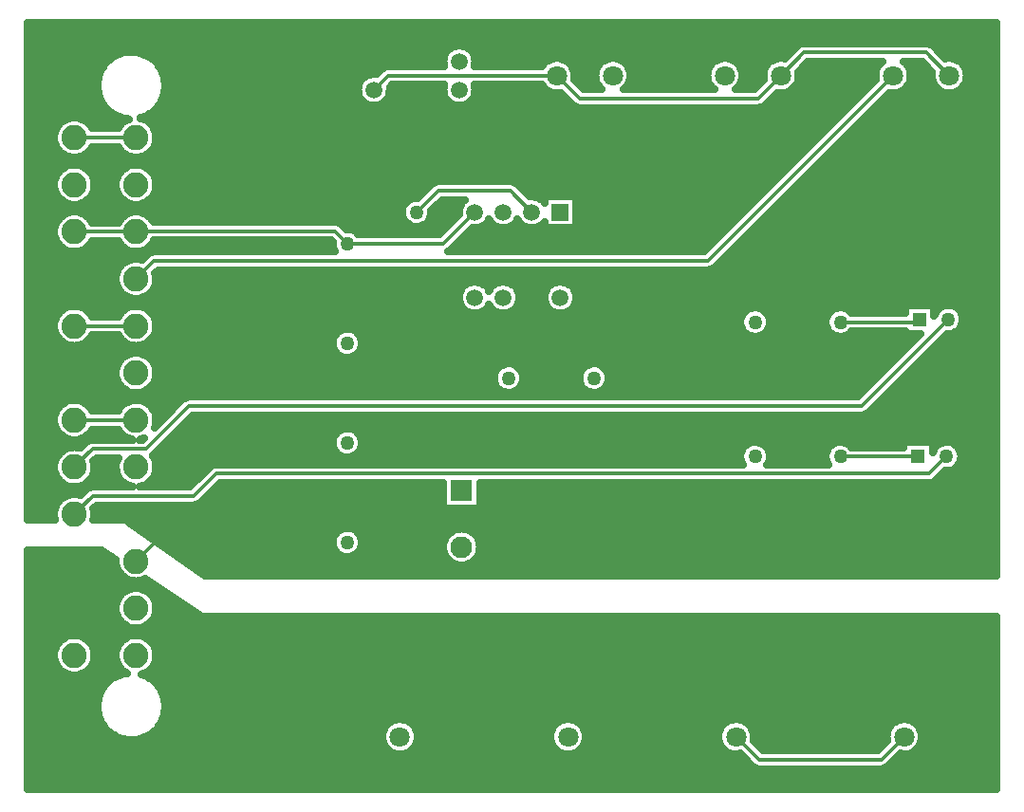
<source format=gbr>
G04 DipTrace 4.0.0.5*
G04 1 - Top.gbr*
%MOIN*%
G04 #@! TF.FileFunction,Copper,L1,Top*
G04 #@! TF.Part,Single*
G04 #@! TA.AperFunction,Conductor*
%ADD13C,0.012992*%
G04 #@! TA.AperFunction,CopperBalancing*
%ADD14C,0.025*%
G04 #@! TA.AperFunction,ComponentPad*
%ADD15C,0.05*%
%ADD16R,0.05X0.05*%
%ADD17R,0.076378X0.076378*%
%ADD18C,0.076378*%
%ADD19C,0.05*%
%ADD20R,0.059055X0.059055*%
%ADD21C,0.059055*%
%ADD22C,0.070866*%
%ADD23C,0.088583*%
%ADD24C,0.059055*%
%FSLAX26Y26*%
G04*
G70*
G90*
G75*
G01*
G04 Top*
%LPD*%
X611869Y1089239D2*
D13*
X713444Y987664D1*
X1208719D1*
X1558325Y638058D1*
X2739428D2*
X2820333Y718963D1*
X3249073D1*
X3329979Y638058D1*
X2148877D2*
X2229786Y557148D1*
X2658518D1*
X2739428Y638058D1*
X1558325D2*
X1613247Y692979D1*
X2093955D1*
X2148877Y638058D1*
X1270530Y2020341D2*
X1431160Y2180971D1*
X1814231D1*
X828404Y1254593D2*
X894152Y1320341D1*
X1270530D1*
X1814231Y2180971D2*
X1863251Y2229991D1*
X2169542D1*
X2218562Y2180971D1*
X1270530Y1320341D2*
X1354388Y1404199D1*
X1971711D1*
X611869Y2412073D2*
X828404D1*
X1664231Y2910892D2*
X1714231Y2960892D1*
X2306357D1*
X2936278Y638058D2*
X3017188Y557148D1*
X3445920D1*
X3526829Y638058D1*
X828404Y1750656D2*
X611869D1*
X828404Y2081365D2*
X611869D1*
X1570530Y2370341D2*
X1907932D1*
X2018562Y2480971D1*
X828404Y2412073D2*
X831160Y2414829D1*
X1526042D1*
X1570530Y2370341D1*
X3093759Y2960892D2*
X3174664Y3041798D1*
X3603404D1*
X3684310Y2960892D1*
X2306357D2*
X2387262Y2879987D1*
X3012853D1*
X3093759Y2960892D1*
X611869Y2742782D2*
X828404D1*
X611869Y1419948D2*
X675648Y1483727D1*
X1031390D1*
X1109538Y1561877D1*
X3614822D1*
X3675255Y1622310D1*
X3681247Y2103310D2*
X3377458Y1799521D1*
X1015121D1*
X864681Y1649081D1*
X675648D1*
X611869Y1585302D1*
X828404Y2246719D2*
X892184Y2310499D1*
X2837066D1*
X3487459Y2960892D1*
X3581247Y2103310D2*
X3572688Y2094751D1*
X3302814D1*
X2218562Y2480971D2*
X2143558Y2555975D1*
X1889235D1*
X1814231Y2480971D1*
X3575255Y1622310D2*
X3302814D1*
X451287Y1269980D2*
D14*
X742888D1*
X451287Y1245112D2*
X756327D1*
X451287Y1220243D2*
X764670D1*
X451287Y1195374D2*
X788174D1*
X451287Y1170505D2*
X892094D1*
X451287Y1145636D2*
X784083D1*
X872729D2*
X929396D1*
X451287Y1120768D2*
X763162D1*
X893649D2*
X966698D1*
X451287Y1095899D2*
X756004D1*
X900808D2*
X1004017D1*
X451287Y1071030D2*
X758085D1*
X898727D2*
X1041319D1*
X451287Y1046161D2*
X770447D1*
X886347D2*
X3846475D1*
X451287Y1021293D2*
X808197D1*
X848615D2*
X3846475D1*
X451287Y996424D2*
X3846475D1*
X451287Y971555D2*
X557815D1*
X665928D2*
X774358D1*
X882454D2*
X3846475D1*
X451287Y946686D2*
X542959D1*
X680785D2*
X759484D1*
X897310D2*
X3846475D1*
X451287Y921818D2*
X539191D1*
X684552D2*
X755717D1*
X901095D2*
X3846475D1*
X451287Y896949D2*
X544520D1*
X679206D2*
X761063D1*
X895749D2*
X3846475D1*
X451287Y872080D2*
X561978D1*
X661766D2*
X778503D1*
X878309D2*
X3846475D1*
X451287Y847211D2*
X750872D1*
X872873D2*
X3846475D1*
X451287Y822343D2*
X720335D1*
X903392D2*
X3846475D1*
X451287Y797474D2*
X703577D1*
X920168D2*
X3846475D1*
X451287Y772605D2*
X694373D1*
X929354D2*
X3846475D1*
X451287Y747736D2*
X690981D1*
X932763D2*
X3846475D1*
X451287Y722867D2*
X692865D1*
X930879D2*
X3846475D1*
X451287Y697999D2*
X700311D1*
X923415D2*
X1739571D1*
X1770785D2*
X2330117D1*
X2361331D2*
X2920663D1*
X2951895D2*
X3511209D1*
X3542441D2*
X3846475D1*
X451287Y673130D2*
X714629D1*
X909116D2*
X1702323D1*
X1808014D2*
X2292887D1*
X2398578D2*
X2883433D1*
X2989124D2*
X3473980D1*
X3579671D2*
X3846475D1*
X451287Y648261D2*
X739927D1*
X883799D2*
X1692168D1*
X1818188D2*
X2282714D1*
X2408734D2*
X2873278D1*
X2999280D2*
X3463824D1*
X3589826D2*
X3846475D1*
X451287Y623392D2*
X1693101D1*
X1817255D2*
X2283647D1*
X2407801D2*
X2874193D1*
X2999298D2*
X3463806D1*
X3588911D2*
X3846475D1*
X451287Y598524D2*
X1705750D1*
X1804605D2*
X2296296D1*
X2395152D2*
X2886860D1*
X3024165D2*
X3438939D1*
X3576262D2*
X3846475D1*
X451287Y573655D2*
X2952331D1*
X3510773D2*
X3846475D1*
X451287Y548786D2*
X2977199D1*
X3485905D2*
X3846475D1*
X451287Y523917D2*
X3846475D1*
X451287Y499049D2*
X3846475D1*
X451287Y474180D2*
X3846475D1*
X898021Y914724D2*
X896229Y905716D1*
X893278Y897018D1*
X889216Y888781D1*
X884114Y881143D1*
X878058Y874237D1*
X871153Y868181D1*
X863517Y863078D1*
X855279Y859015D1*
X848714Y856786D1*
X850212Y856287D1*
X858781Y852979D1*
X867068Y849017D1*
X875023Y844424D1*
X882598Y839229D1*
X889748Y833462D1*
X896429Y827159D1*
X902602Y820356D1*
X908229Y813096D1*
X913277Y805422D1*
X917714Y797380D1*
X921515Y789018D1*
X924657Y780386D1*
X927121Y771537D1*
X928891Y762524D1*
X929957Y753400D1*
X930314Y744220D1*
X929958Y735043D1*
X928891Y725920D1*
X927121Y716907D1*
X924658Y708058D1*
X921517Y699426D1*
X917716Y691064D1*
X913278Y683021D1*
X908231Y675347D1*
X902604Y668087D1*
X896431Y661284D1*
X889750Y654981D1*
X882600Y649214D1*
X875025Y644018D1*
X867071Y639426D1*
X858784Y635463D1*
X850215Y632155D1*
X841415Y629520D1*
X832438Y627575D1*
X823337Y626332D1*
X814167Y625798D1*
X804983Y625976D1*
X795841Y626865D1*
X786795Y628460D1*
X777900Y630751D1*
X769209Y633725D1*
X760775Y637363D1*
X752648Y641643D1*
X744877Y646541D1*
X737509Y652026D1*
X730588Y658066D1*
X724156Y664624D1*
X718252Y671660D1*
X712910Y679133D1*
X708164Y686997D1*
X704042Y695205D1*
X700567Y703709D1*
X697763Y712455D1*
X695644Y721393D1*
X694225Y730468D1*
X693513Y739626D1*
Y748812D1*
X694225Y757970D1*
X695644Y767045D1*
X697762Y775983D1*
X700566Y784730D1*
X704040Y793233D1*
X708163Y801441D1*
X712909Y809306D1*
X718250Y816779D1*
X724154Y823815D1*
X730586Y830373D1*
X737507Y836413D1*
X744874Y841898D1*
X752645Y846796D1*
X760772Y851077D1*
X769206Y854715D1*
X777897Y857689D1*
X786792Y859980D1*
X796008Y861592D1*
X793300Y863073D1*
X785663Y868175D1*
X778757Y874230D1*
X772701Y881135D1*
X767597Y888772D1*
X763534Y897009D1*
X760582Y905706D1*
X758789Y914714D1*
X758188Y923880D1*
X758788Y933045D1*
X760579Y942053D1*
X763531Y950751D1*
X767592Y958988D1*
X772695Y966626D1*
X778750Y973532D1*
X785655Y979588D1*
X793292Y984691D1*
X801529Y988754D1*
X810226Y991707D1*
X819234Y993500D1*
X828399Y994101D1*
X837564Y993501D1*
X846573Y991710D1*
X855270Y988758D1*
X863508Y984696D1*
X871145Y979594D1*
X878051Y973539D1*
X884108Y966634D1*
X889211Y958997D1*
X893274Y950760D1*
X896227Y942063D1*
X898019Y933055D1*
X898621Y923885D1*
X898021Y914724D1*
Y1080079D2*
X896229Y1071070D1*
X893278Y1062373D1*
X889216Y1054135D1*
X884114Y1046498D1*
X878058Y1039592D1*
X871153Y1033535D1*
X863517Y1028432D1*
X855279Y1024369D1*
X846582Y1021416D1*
X837574Y1019624D1*
X828409Y1019022D1*
X819244Y1019622D1*
X810236Y1021414D1*
X801538Y1024365D1*
X793300Y1028427D1*
X785663Y1033529D1*
X778757Y1039585D1*
X772701Y1046490D1*
X767597Y1054126D1*
X763534Y1062364D1*
X760582Y1071061D1*
X758789Y1080069D1*
X758188Y1089234D1*
X758788Y1098399D1*
X760579Y1107407D1*
X763531Y1116105D1*
X767592Y1124343D1*
X772695Y1131980D1*
X778750Y1138886D1*
X785655Y1144942D1*
X793292Y1150046D1*
X801529Y1154109D1*
X810226Y1157062D1*
X819234Y1158854D1*
X828399Y1159455D1*
X837564Y1158855D1*
X846573Y1157064D1*
X855270Y1154112D1*
X863508Y1150051D1*
X871145Y1144948D1*
X878051Y1138893D1*
X884108Y1131988D1*
X889211Y1124351D1*
X893274Y1116114D1*
X896227Y1107417D1*
X898019Y1098409D1*
X898621Y1089239D1*
X898021Y1080079D1*
X1066212Y1058629D2*
X3848975Y1058632D1*
X3848971Y453707D1*
X448778Y453699D1*
X448775Y1294849D1*
X708090Y1294845D1*
X758618Y1261167D1*
X758188Y1254588D1*
X758789Y1245423D1*
X760582Y1236415D1*
X763534Y1227718D1*
X767597Y1219481D1*
X772701Y1211844D1*
X778757Y1204939D1*
X785663Y1198884D1*
X793300Y1193781D1*
X801538Y1189720D1*
X810236Y1186768D1*
X819244Y1184977D1*
X828409Y1184377D1*
X837574Y1184978D1*
X846582Y1186770D1*
X855279Y1189723D1*
X861305Y1192695D1*
X959841Y1127011D1*
X1059266Y1060728D1*
X1062073Y1059331D1*
X1066212Y1058629D1*
X681485Y914724D2*
X679694Y905716D1*
X676742Y897018D1*
X672681Y888781D1*
X667578Y881143D1*
X661523Y874237D1*
X654618Y868181D1*
X646981Y863078D1*
X638744Y859015D1*
X630047Y856062D1*
X621039Y854269D1*
X611874Y853668D1*
X602709Y854268D1*
X593700Y856059D1*
X585003Y859011D1*
X576765Y863073D1*
X569128Y868175D1*
X562222Y874230D1*
X556165Y881135D1*
X551062Y888772D1*
X546999Y897009D1*
X544046Y905706D1*
X542254Y914714D1*
X541652Y923880D1*
X542252Y933045D1*
X544044Y942053D1*
X546995Y950751D1*
X551057Y958988D1*
X556159Y966626D1*
X562215Y973532D1*
X569120Y979588D1*
X576756Y984691D1*
X584993Y988754D1*
X593691Y991707D1*
X602699Y993500D1*
X611864Y994101D1*
X621029Y993501D1*
X630037Y991710D1*
X638735Y988758D1*
X646973Y984696D1*
X654610Y979594D1*
X661516Y973539D1*
X667572Y966634D1*
X672676Y958997D1*
X676738Y950760D1*
X679691Y942063D1*
X681484Y933055D1*
X682085Y923885D1*
X681485Y914724D1*
X1815848Y628906D2*
X1813806Y619965D1*
X1810455Y611429D1*
X1805868Y603487D1*
X1800150Y596318D1*
X1793426Y590081D1*
X1785849Y584916D1*
X1777586Y580938D1*
X1768822Y578236D1*
X1759754Y576871D1*
X1750583Y576872D1*
X1741515Y578239D1*
X1732752Y580944D1*
X1724491Y584924D1*
X1716914Y590090D1*
X1710192Y596329D1*
X1704475Y603499D1*
X1699891Y611442D1*
X1696541Y619979D1*
X1694502Y628920D1*
X1693818Y638065D1*
X1694504Y647210D1*
X1696546Y656150D1*
X1699897Y664687D1*
X1704483Y672628D1*
X1710202Y679797D1*
X1716925Y686034D1*
X1724503Y691199D1*
X1732766Y695177D1*
X1741529Y697879D1*
X1750598Y699245D1*
X1759768Y699244D1*
X1768836Y697876D1*
X1777599Y695172D1*
X1785861Y691192D1*
X1793438Y686025D1*
X1800160Y679787D1*
X1805876Y672616D1*
X1810461Y664674D1*
X1813810Y656137D1*
X1815850Y647196D1*
X1816534Y638058D1*
X1815848Y628906D1*
X2406399D2*
X2404357Y619965D1*
X2401006Y611429D1*
X2396420Y603487D1*
X2390701Y596318D1*
X2383978Y590081D1*
X2376400Y584916D1*
X2368137Y580938D1*
X2359374Y578236D1*
X2350305Y576871D1*
X2341135Y576872D1*
X2332067Y578239D1*
X2323304Y580944D1*
X2315042Y584924D1*
X2307465Y590090D1*
X2300743Y596329D1*
X2295026Y603499D1*
X2290442Y611442D1*
X2287093Y619979D1*
X2285053Y628920D1*
X2284369Y638065D1*
X2285055Y647210D1*
X2287097Y656150D1*
X2290448Y664687D1*
X2295034Y672628D1*
X2300753Y679797D1*
X2307476Y686034D1*
X2315054Y691199D1*
X2323317Y695177D1*
X2332081Y697879D1*
X2341149Y699245D1*
X2350319Y699244D1*
X2359388Y697876D1*
X2368150Y695172D1*
X2376412Y691192D1*
X2383989Y686025D1*
X2390711Y679787D1*
X2396428Y672616D1*
X2401012Y664674D1*
X2404361Y656137D1*
X2406401Y647196D1*
X2407085Y638058D1*
X2406399Y628906D1*
X2999776Y529801D2*
X3008124Y526020D1*
X3017188Y524727D1*
X3445894D1*
X3452954Y525499D1*
X3461522Y528728D1*
X3468845Y534223D1*
X3512938Y578311D1*
X3513169Y578239D1*
X3522237Y576872D1*
X3531408Y576871D1*
X3540476Y578236D1*
X3549239Y580938D1*
X3557502Y584916D1*
X3565080Y590081D1*
X3571803Y596318D1*
X3577522Y603487D1*
X3582108Y611429D1*
X3585460Y619965D1*
X3587501Y628906D1*
X3588188Y638058D1*
X3587503Y647196D1*
X3585464Y656137D1*
X3582114Y664674D1*
X3577530Y672616D1*
X3571813Y679787D1*
X3565091Y686025D1*
X3557515Y691192D1*
X3549253Y695172D1*
X3540490Y697876D1*
X3531422Y699244D1*
X3522251Y699245D1*
X3513183Y697879D1*
X3504419Y695177D1*
X3496156Y691199D1*
X3488579Y686034D1*
X3481855Y679797D1*
X3476137Y672628D1*
X3471551Y664687D1*
X3468199Y656150D1*
X3466158Y647210D1*
X3465471Y638065D1*
X3466155Y628920D1*
X3467069Y624148D1*
X3432499Y589570D1*
X3030618Y589569D1*
X2995895Y624287D1*
X2996950Y628906D1*
X2997636Y638058D1*
X2996952Y647196D1*
X2994913Y656137D1*
X2991563Y664674D1*
X2986979Y672616D1*
X2981262Y679787D1*
X2974540Y686025D1*
X2966964Y691192D1*
X2958702Y695172D1*
X2949939Y697876D1*
X2940871Y699244D1*
X2931700Y699245D1*
X2922632Y697879D1*
X2913868Y695177D1*
X2905605Y691199D1*
X2898028Y686034D1*
X2891304Y679797D1*
X2885586Y672628D1*
X2880999Y664687D1*
X2877648Y656150D1*
X2875606Y647210D1*
X2874920Y638065D1*
X2875604Y628920D1*
X2877644Y619979D1*
X2880993Y611442D1*
X2885578Y603499D1*
X2891295Y596329D1*
X2898016Y590090D1*
X2905593Y584924D1*
X2913855Y580944D1*
X2922618Y578239D1*
X2931686Y576872D1*
X2940856Y576871D1*
X2949925Y578236D1*
X2950173Y578313D1*
X2994243Y534243D1*
X2999776Y529801D1*
X451287Y3120374D2*
X3846475D1*
X451287Y3095505D2*
X3846475D1*
X451287Y3070636D2*
X3157355D1*
X3620722D2*
X3846475D1*
X451287Y3045768D2*
X1918615D1*
X2009845D2*
X3130281D1*
X3647779D2*
X3846475D1*
X451287Y3020899D2*
X738438D1*
X885306D2*
X1907186D1*
X2021274D2*
X2291057D1*
X2321661D2*
X2487900D1*
X2518521D2*
X2881603D1*
X2912225D2*
X3078446D1*
X3699613D2*
X3846475D1*
X451287Y2996030D2*
X713804D1*
X909923D2*
X1908299D1*
X2020162D2*
X2253558D1*
X2359160D2*
X2450401D1*
X2556002D2*
X2844104D1*
X2949706D2*
X3040965D1*
X3177247D2*
X3434650D1*
X3540252D2*
X3600812D1*
X3737112D2*
X3846475D1*
X451287Y2971161D2*
X699845D1*
X923882D2*
X1676146D1*
X2369351D2*
X2440210D1*
X2566193D2*
X2833913D1*
X2959897D2*
X3030774D1*
X3156757D2*
X3424459D1*
X3550461D2*
X3621320D1*
X3747304D2*
X3846475D1*
X451287Y2946293D2*
X692668D1*
X931077D2*
X1619054D1*
X2369315D2*
X2441107D1*
X2565296D2*
X2834810D1*
X2959000D2*
X3030810D1*
X3155860D2*
X3424513D1*
X3549564D2*
X3622217D1*
X3746406D2*
X3846475D1*
X451287Y2921424D2*
X691017D1*
X932727D2*
X1607284D1*
X1723112D2*
X1907294D1*
X2021167D2*
X2256878D1*
X2394183D2*
X2453720D1*
X2552683D2*
X2847424D1*
X2946386D2*
X3005942D1*
X3143229D2*
X3399645D1*
X3536932D2*
X3634830D1*
X3733793D2*
X3846475D1*
X451287Y2896555D2*
X694660D1*
X929085D2*
X1608163D1*
X1720296D2*
X1908155D1*
X2020305D2*
X2322348D1*
X3077776D2*
X3374778D1*
X3471480D2*
X3846475D1*
X451287Y2871686D2*
X704133D1*
X919594D2*
X1622517D1*
X1705942D2*
X1922509D1*
X2005952D2*
X2347216D1*
X3052909D2*
X3349910D1*
X3446612D2*
X3846475D1*
X451287Y2846818D2*
X721322D1*
X902405D2*
X3325042D1*
X3421726D2*
X3846475D1*
X451287Y2821949D2*
X752864D1*
X870881D2*
X3300157D1*
X3396859D2*
X3846475D1*
X451287Y2797080D2*
X564849D1*
X658895D2*
X781392D1*
X875420D2*
X3275289D1*
X3371991D2*
X3846475D1*
X451287Y2772211D2*
X545615D1*
X894654D2*
X3250421D1*
X3347123D2*
X3846475D1*
X451287Y2747343D2*
X539299D1*
X900970D2*
X3225553D1*
X3322255D2*
X3846475D1*
X451287Y2722474D2*
X542152D1*
X898117D2*
X3200686D1*
X3297388D2*
X3846475D1*
X451287Y2697605D2*
X555608D1*
X668117D2*
X772151D1*
X884661D2*
X3175818D1*
X3272520D2*
X3846475D1*
X451287Y2672736D2*
X604483D1*
X619261D2*
X821008D1*
X835804D2*
X3150950D1*
X3247652D2*
X3846475D1*
X451287Y2647867D2*
X3126082D1*
X3222784D2*
X3846475D1*
X451287Y2622999D2*
X555949D1*
X667794D2*
X772492D1*
X884320D2*
X3101215D1*
X3197917D2*
X3846475D1*
X451287Y2598130D2*
X542277D1*
X681466D2*
X758803D1*
X897991D2*
X3076347D1*
X3173049D2*
X3846475D1*
X451287Y2573261D2*
X539281D1*
X684463D2*
X755806D1*
X901006D2*
X1858168D1*
X2174625D2*
X3051479D1*
X3148181D2*
X3846475D1*
X451287Y2548392D2*
X545435D1*
X678308D2*
X761978D1*
X894834D2*
X1833301D1*
X2199493D2*
X3026611D1*
X3123313D2*
X3846475D1*
X451287Y2523524D2*
X564364D1*
X659362D2*
X780907D1*
X875905D2*
X1783763D1*
X1905135D2*
X1980498D1*
X2376510D2*
X3001744D1*
X3098446D2*
X3846475D1*
X451287Y2498655D2*
X1763972D1*
X1880267D2*
X1963506D1*
X2376510D2*
X2976876D1*
X3073578D2*
X3846475D1*
X451287Y2473786D2*
X575865D1*
X647861D2*
X792408D1*
X864404D2*
X1761317D1*
X1867152D2*
X1961084D1*
X2376510D2*
X2952008D1*
X3048710D2*
X3846475D1*
X451287Y2448917D2*
X549598D1*
X674146D2*
X766123D1*
X890671D2*
X1772154D1*
X1856297D2*
X1938154D1*
X2376510D2*
X2927140D1*
X3023842D2*
X3846475D1*
X451287Y2424049D2*
X540178D1*
X1565168D2*
X1913287D1*
X2009989D2*
X2902273D1*
X2998975D2*
X3846475D1*
X451287Y2399180D2*
X540340D1*
X1985121D2*
X2877405D1*
X2974089D2*
X3846475D1*
X451287Y2374311D2*
X550172D1*
X673572D2*
X766715D1*
X890097D2*
X1517269D1*
X1960253D2*
X2852519D1*
X2949221D2*
X3846475D1*
X451287Y2349442D2*
X577623D1*
X646120D2*
X794166D1*
X862646D2*
X1521593D1*
X1935385D2*
X2827652D1*
X2924354D2*
X3846475D1*
X451287Y2324573D2*
X857915D1*
X2899486D2*
X3846475D1*
X451287Y2299705D2*
X779831D1*
X2874618D2*
X3846475D1*
X451287Y2274836D2*
X761566D1*
X904863D2*
X3846475D1*
X451287Y2249967D2*
X755770D1*
X901042D2*
X3846475D1*
X451287Y2225098D2*
X759108D1*
X897704D2*
X1982471D1*
X2054646D2*
X2082480D1*
X2154638D2*
X2282481D1*
X2354638D2*
X3846475D1*
X451287Y2200230D2*
X773282D1*
X883530D2*
X1964063D1*
X2173064D2*
X2264054D1*
X2373065D2*
X3846475D1*
X451287Y2175361D2*
X1960887D1*
X2176222D2*
X2260897D1*
X2376223D2*
X3846475D1*
X451287Y2150492D2*
X597055D1*
X626689D2*
X813580D1*
X843232D2*
X1969732D1*
X2167395D2*
X2269742D1*
X2367395D2*
X3527824D1*
X3634663D2*
X3659590D1*
X3702915D2*
X3846475D1*
X451287Y2125623D2*
X554855D1*
X668889D2*
X771398D1*
X885414D2*
X2012650D1*
X2024483D2*
X2112659D1*
X2124477D2*
X2312660D1*
X2324474D2*
X2959813D1*
X3045822D2*
X3259805D1*
X3729523D2*
X3846475D1*
X451287Y2100755D2*
X541883D1*
X898386D2*
X2949747D1*
X3055887D2*
X3249739D1*
X3734601D2*
X3846475D1*
X451287Y2075886D2*
X539371D1*
X900898D2*
X2953013D1*
X3052622D2*
X3253005D1*
X3726652D2*
X3846475D1*
X451287Y2051017D2*
X546045D1*
X894224D2*
X1527388D1*
X1613684D2*
X2974220D1*
X3031396D2*
X3274230D1*
X3331406D2*
X3580609D1*
X3677311D2*
X3846475D1*
X451287Y2026148D2*
X565997D1*
X657747D2*
X782522D1*
X874272D2*
X1517430D1*
X1623624D2*
X3555742D1*
X3652444D2*
X3846475D1*
X451287Y2001280D2*
X1520803D1*
X1620250D2*
X3530874D1*
X3627576D2*
X3846475D1*
X451287Y1976411D2*
X790094D1*
X866718D2*
X1542280D1*
X1598792D2*
X3505988D1*
X3602690D2*
X3846475D1*
X451287Y1951542D2*
X765333D1*
X891461D2*
X3481120D1*
X3577823D2*
X3846475D1*
X451287Y1926673D2*
X756506D1*
X900306D2*
X2092151D1*
X2181192D2*
X2392161D1*
X2481184D2*
X3456253D1*
X3552955D2*
X3846475D1*
X451287Y1901804D2*
X757134D1*
X899660D2*
X2083396D1*
X2189948D2*
X2383405D1*
X2489940D2*
X3431385D1*
X3528087D2*
X3846475D1*
X451287Y1876936D2*
X767558D1*
X889236D2*
X2087755D1*
X2185588D2*
X2387765D1*
X2485580D2*
X3406517D1*
X3503219D2*
X3846475D1*
X451287Y1852067D2*
X796894D1*
X859918D2*
X2111977D1*
X2161366D2*
X2411969D1*
X2461376D2*
X3381650D1*
X3478352D2*
X3846475D1*
X451287Y1827198D2*
X995728D1*
X3453484D2*
X3846475D1*
X451287Y1802329D2*
X561834D1*
X661909D2*
X778359D1*
X878453D2*
X969586D1*
X3428616D2*
X3846475D1*
X451287Y1777461D2*
X544466D1*
X895803D2*
X944719D1*
X3403748D2*
X3846475D1*
X451287Y1752592D2*
X539173D1*
X901095D2*
X919833D1*
X1016535D2*
X3846475D1*
X451287Y1727723D2*
X542995D1*
X991667D2*
X3846475D1*
X451287Y1702854D2*
X557941D1*
X665803D2*
X774466D1*
X966799D2*
X1528841D1*
X1612230D2*
X3846475D1*
X451287Y1677986D2*
X658470D1*
X941932D2*
X1517681D1*
X1623372D2*
X3846475D1*
X451287Y1653117D2*
X591170D1*
X917064D2*
X1520104D1*
X1620950D2*
X2959759D1*
X3045857D2*
X3259769D1*
X3718309D2*
X3846475D1*
X451287Y1628248D2*
X553814D1*
X892196D2*
X1539373D1*
X1601698D2*
X2949730D1*
X3055887D2*
X3249739D1*
X3728339D2*
X3846475D1*
X451287Y1603379D2*
X541524D1*
X682220D2*
X758049D1*
X898745D2*
X2953031D1*
X3052586D2*
X3253041D1*
X3725037D2*
X3846475D1*
X451287Y1578510D2*
X539478D1*
X684247D2*
X756022D1*
X900790D2*
X1077813D1*
X3703740D2*
X3846475D1*
X451287Y1553642D2*
X546691D1*
X677035D2*
X763234D1*
X893578D2*
X1052945D1*
X3654938D2*
X3846475D1*
X451287Y1528773D2*
X567719D1*
X656024D2*
X784244D1*
X872550D2*
X1028077D1*
X1124780D2*
X1905105D1*
X2038319D2*
X3846475D1*
X451287Y1503904D2*
X647472D1*
X1099912D2*
X1905105D1*
X2038319D2*
X3846475D1*
X451287Y1479035D2*
X571433D1*
X1075044D2*
X1905105D1*
X2038319D2*
X3846475D1*
X451287Y1454167D2*
X548055D1*
X1047198D2*
X1905105D1*
X2038319D2*
X3846475D1*
X451287Y1429298D2*
X539783D1*
X683960D2*
X3846475D1*
X451287Y1404429D2*
X540896D1*
X682848D2*
X3846475D1*
X823747Y1379560D2*
X3846475D1*
X858573Y1354692D2*
X1530438D1*
X1610633D2*
X1929704D1*
X2013721D2*
X3846475D1*
X893380Y1329823D2*
X1518004D1*
X1623067D2*
X1910434D1*
X2032990D2*
X3846475D1*
X928206Y1304954D2*
X1519493D1*
X1621578D2*
X1905105D1*
X2038319D2*
X3846475D1*
X963014Y1280085D2*
X1536843D1*
X1604228D2*
X1909806D1*
X2033618D2*
X3846475D1*
X997839Y1255217D2*
X1927838D1*
X2015587D2*
X3846475D1*
X1032647Y1230348D2*
X3846475D1*
X1067472Y1205479D2*
X3846475D1*
X2035168Y1295045D2*
X2033220Y1286107D1*
X2030019Y1277537D1*
X2025631Y1269511D1*
X2020145Y1262190D1*
X2013674Y1255725D1*
X2006348Y1250247D1*
X1998317Y1245866D1*
X1989745Y1242674D1*
X1980805Y1240734D1*
X1971680Y1240085D1*
X1962556Y1240742D1*
X1953619Y1242691D1*
X1945049Y1245892D1*
X1937023Y1250280D1*
X1929702Y1255765D1*
X1923237Y1262237D1*
X1917758Y1269563D1*
X1913378Y1277594D1*
X1910185Y1286166D1*
X1908245Y1295106D1*
X1907597Y1304230D1*
X1908254Y1313354D1*
X1910203Y1322292D1*
X1913404Y1330862D1*
X1917792Y1338888D1*
X1923277Y1346209D1*
X1929749Y1352674D1*
X1937075Y1358152D1*
X1945105Y1362533D1*
X1953678Y1365725D1*
X1962617Y1367665D1*
X1971742Y1368314D1*
X1980866Y1367657D1*
X1989804Y1365708D1*
X1998373Y1362507D1*
X2006400Y1358119D1*
X2013720Y1352634D1*
X2020186Y1346162D1*
X2025664Y1338836D1*
X2030044Y1330805D1*
X2033237Y1322233D1*
X2035177Y1313293D1*
X2035825Y1304199D1*
X2035168Y1295045D1*
X1620629Y2011205D2*
X1618193Y2002406D1*
X1614224Y1994184D1*
X1608851Y1986802D1*
X1602247Y1980499D1*
X1594623Y1975476D1*
X1586225Y1971895D1*
X1577322Y1969871D1*
X1568201Y1969469D1*
X1559155Y1970703D1*
X1550475Y1973531D1*
X1542439Y1977865D1*
X1535306Y1983563D1*
X1529305Y1990444D1*
X1524629Y1998285D1*
X1521428Y2006836D1*
X1519806Y2015820D1*
X1519814Y2024950D1*
X1521452Y2033932D1*
X1524667Y2042477D1*
X1529357Y2050310D1*
X1535370Y2057180D1*
X1542513Y2062866D1*
X1550556Y2067186D1*
X1559241Y2069999D1*
X1568290Y2071217D1*
X1577410Y2070800D1*
X1586309Y2068760D1*
X1594701Y2065165D1*
X1602316Y2060129D1*
X1608910Y2053814D1*
X1614270Y2046423D1*
X1618224Y2038194D1*
X1620645Y2029391D1*
X1621455Y2020341D1*
X1620629Y2011205D1*
Y1661205D2*
X1618193Y1652406D1*
X1614224Y1644184D1*
X1608851Y1636802D1*
X1602247Y1630499D1*
X1594623Y1625476D1*
X1586225Y1621895D1*
X1577322Y1619871D1*
X1568201Y1619469D1*
X1559155Y1620703D1*
X1550475Y1623531D1*
X1542439Y1627865D1*
X1535306Y1633563D1*
X1529305Y1640444D1*
X1524629Y1648285D1*
X1521428Y1656836D1*
X1519806Y1665820D1*
X1519814Y1674950D1*
X1521452Y1683932D1*
X1524667Y1692477D1*
X1529357Y1700310D1*
X1535370Y1707180D1*
X1542513Y1712866D1*
X1550556Y1717186D1*
X1559241Y1719999D1*
X1568290Y1721217D1*
X1577410Y1720800D1*
X1586309Y1718760D1*
X1594701Y1715165D1*
X1602316Y1710129D1*
X1608910Y1703814D1*
X1614270Y1696423D1*
X1618224Y1688194D1*
X1620645Y1679391D1*
X1621455Y1670341D1*
X1620629Y1661205D1*
Y1311205D2*
X1618193Y1302406D1*
X1614224Y1294184D1*
X1608851Y1286802D1*
X1602247Y1280499D1*
X1594623Y1275476D1*
X1586225Y1271895D1*
X1577322Y1269871D1*
X1568201Y1269469D1*
X1559155Y1270703D1*
X1550475Y1273531D1*
X1542439Y1277865D1*
X1535306Y1283563D1*
X1529305Y1290444D1*
X1524629Y1298285D1*
X1521428Y1306836D1*
X1519806Y1315820D1*
X1519814Y1324950D1*
X1521452Y1333932D1*
X1524667Y1342477D1*
X1529357Y1350310D1*
X1535370Y1357180D1*
X1542513Y1362866D1*
X1550556Y1367186D1*
X1559241Y1369999D1*
X1568290Y1371217D1*
X1577410Y1370800D1*
X1586309Y1368760D1*
X1594701Y1365165D1*
X1602316Y1360129D1*
X1608910Y1353814D1*
X1614270Y1346423D1*
X1618224Y1338194D1*
X1620645Y1329391D1*
X1621455Y1320341D1*
X1620629Y1311205D1*
X3052913Y2085614D2*
X3050476Y2076815D1*
X3046508Y2068593D1*
X3041135Y2061212D1*
X3034530Y2054908D1*
X3026906Y2049885D1*
X3018508Y2046304D1*
X3009606Y2044280D1*
X3000485Y2043879D1*
X2991439Y2045112D1*
X2982758Y2047941D1*
X2974722Y2052274D1*
X2967589Y2057973D1*
X2961588Y2064853D1*
X2956912Y2072695D1*
X2953712Y2081245D1*
X2952090Y2090230D1*
X2952097Y2099360D1*
X2953735Y2108341D1*
X2956951Y2116886D1*
X2961640Y2124720D1*
X2967653Y2131590D1*
X2974796Y2137276D1*
X2982839Y2141595D1*
X2991525Y2144409D1*
X3000573Y2145627D1*
X3009693Y2145209D1*
X3018593Y2143170D1*
X3026984Y2139574D1*
X3034600Y2134538D1*
X3041193Y2128223D1*
X3046553Y2120832D1*
X3050507Y2112603D1*
X3052928Y2103800D1*
X3053739Y2094751D1*
X3052913Y2085614D1*
X2486771Y1888764D2*
X2484334Y1879965D1*
X2480366Y1871743D1*
X2474993Y1864361D1*
X2468389Y1858058D1*
X2460765Y1853035D1*
X2452367Y1849454D1*
X2443464Y1847430D1*
X2434343Y1847028D1*
X2425297Y1848262D1*
X2416616Y1851091D1*
X2408580Y1855424D1*
X2401447Y1861122D1*
X2395447Y1868003D1*
X2390771Y1875845D1*
X2387570Y1884395D1*
X2385948Y1893379D1*
X2385956Y1902509D1*
X2387594Y1911491D1*
X2390809Y1920036D1*
X2395499Y1927869D1*
X2401511Y1934739D1*
X2408654Y1940425D1*
X2416698Y1944745D1*
X2425383Y1947558D1*
X2434431Y1948776D1*
X2443552Y1948359D1*
X2452451Y1946319D1*
X2460843Y1942724D1*
X2468458Y1937688D1*
X2475051Y1931373D1*
X2480411Y1923982D1*
X2484365Y1915753D1*
X2486787Y1906950D1*
X2487597Y1897900D1*
X2486771Y1888764D1*
X2186771D2*
X2184334Y1879965D1*
X2180366Y1871743D1*
X2174993Y1864361D1*
X2168389Y1858058D1*
X2160765Y1853035D1*
X2152367Y1849454D1*
X2143464Y1847430D1*
X2134343Y1847028D1*
X2125297Y1848262D1*
X2116616Y1851091D1*
X2108580Y1855424D1*
X2101447Y1861122D1*
X2095447Y1868003D1*
X2090771Y1875845D1*
X2087570Y1884395D1*
X2085948Y1893379D1*
X2085956Y1902509D1*
X2087594Y1911491D1*
X2090809Y1920036D1*
X2095499Y1927869D1*
X2101511Y1934739D1*
X2108654Y1940425D1*
X2116698Y1944745D1*
X2125383Y1947558D1*
X2134431Y1948776D1*
X2143552Y1948359D1*
X2152451Y1946319D1*
X2160843Y1942724D1*
X2168458Y1937688D1*
X2175051Y1931373D1*
X2180411Y1923982D1*
X2184365Y1915753D1*
X2186787Y1906950D1*
X2187597Y1897900D1*
X2186771Y1888764D1*
X855786Y1686036D2*
X855279Y1685786D1*
X853573Y1685106D1*
X851850Y1684469D1*
X850110Y1683879D1*
X848355Y1683334D1*
X846587Y1682835D1*
X844807Y1682382D1*
X843015Y1681977D1*
X840543Y1681502D1*
X851255Y1681503D1*
X855719Y1685970D1*
X898021Y1906850D2*
X896229Y1897842D1*
X893278Y1889144D1*
X889216Y1880907D1*
X884114Y1873269D1*
X878058Y1866363D1*
X871153Y1860307D1*
X863517Y1855204D1*
X855279Y1851141D1*
X846582Y1848188D1*
X837574Y1846395D1*
X828409Y1845794D1*
X819244Y1846394D1*
X810236Y1848185D1*
X801538Y1851137D1*
X793300Y1855199D1*
X785663Y1860301D1*
X778757Y1866356D1*
X772701Y1873261D1*
X767597Y1880898D1*
X763534Y1889135D1*
X760582Y1897832D1*
X758789Y1906840D1*
X758188Y1916006D1*
X758788Y1925171D1*
X760579Y1934179D1*
X763531Y1942877D1*
X767592Y1951114D1*
X772695Y1958752D1*
X778750Y1965658D1*
X785655Y1971714D1*
X793292Y1976817D1*
X801529Y1980880D1*
X810226Y1983833D1*
X819234Y1985626D1*
X828399Y1986227D1*
X837564Y1985627D1*
X846573Y1983836D1*
X855270Y1980884D1*
X863508Y1976822D1*
X871145Y1971720D1*
X878051Y1965665D1*
X884108Y1958760D1*
X889211Y1951123D1*
X893274Y1942886D1*
X896227Y1934189D1*
X898019Y1925181D1*
X898621Y1916010D1*
X898021Y1906850D1*
Y2072205D2*
X896229Y2063196D1*
X893278Y2054499D1*
X889216Y2046261D1*
X884114Y2038624D1*
X878058Y2031718D1*
X871153Y2025661D1*
X863517Y2020558D1*
X855279Y2016495D1*
X846582Y2013542D1*
X837574Y2011750D1*
X828409Y2011148D1*
X819244Y2011748D1*
X810236Y2013540D1*
X801538Y2016491D1*
X793300Y2020553D1*
X785663Y2025655D1*
X778757Y2031711D1*
X772701Y2038616D1*
X767597Y2046252D1*
X766268Y2048947D1*
X674150Y2048943D1*
X672681Y2046261D1*
X667578Y2038624D1*
X661523Y2031718D1*
X654618Y2025661D1*
X646981Y2020558D1*
X638744Y2016495D1*
X630047Y2013542D1*
X621039Y2011750D1*
X611874Y2011148D1*
X602709Y2011748D1*
X593700Y2013540D1*
X585003Y2016491D1*
X576765Y2020553D1*
X569128Y2025655D1*
X562222Y2031711D1*
X556165Y2038616D1*
X551062Y2046252D1*
X546999Y2054490D1*
X544046Y2063187D1*
X542254Y2072195D1*
X541652Y2081360D1*
X542252Y2090525D1*
X544044Y2099533D1*
X546995Y2108231D1*
X551057Y2116469D1*
X556159Y2124106D1*
X562215Y2131012D1*
X569120Y2137068D1*
X576756Y2142172D1*
X584993Y2146235D1*
X593691Y2149188D1*
X602699Y2150980D1*
X611864Y2151581D1*
X621029Y2150981D1*
X630037Y2149190D1*
X638735Y2146238D1*
X646973Y2142177D1*
X654610Y2137074D1*
X661516Y2131019D1*
X667572Y2124114D1*
X672676Y2116477D1*
X674005Y2113783D1*
X766123Y2113786D1*
X767592Y2116469D1*
X772695Y2124106D1*
X778750Y2131012D1*
X785655Y2137068D1*
X793292Y2142172D1*
X801529Y2146235D1*
X810226Y2149188D1*
X819234Y2150980D1*
X828399Y2151581D1*
X837564Y2150981D1*
X846573Y2149190D1*
X855270Y2146238D1*
X863508Y2142177D1*
X871145Y2137074D1*
X878051Y2131019D1*
X884108Y2124114D1*
X889211Y2116477D1*
X893274Y2108240D1*
X896227Y2099543D1*
X898019Y2090535D1*
X898621Y2081365D1*
X898021Y2072205D1*
X1930850Y2347410D2*
X2009845Y2426398D1*
X2013965Y2425709D1*
X2023124Y2425706D1*
X2032158Y2427211D1*
X2040821Y2430182D1*
X2048877Y2434538D1*
X2056106Y2440161D1*
X2062311Y2446898D1*
X2067323Y2454563D1*
X2068653Y2457174D1*
X2069784Y2454594D1*
X2074791Y2446925D1*
X2080992Y2440185D1*
X2088217Y2434557D1*
X2096271Y2430196D1*
X2104932Y2427219D1*
X2113965Y2425709D1*
X2123124Y2425706D1*
X2132158Y2427211D1*
X2140821Y2430182D1*
X2148877Y2434538D1*
X2156106Y2440161D1*
X2162311Y2446898D1*
X2167323Y2454563D1*
X2168653Y2457174D1*
X2169784Y2454594D1*
X2174791Y2446925D1*
X2180992Y2440185D1*
X2188217Y2434557D1*
X2196271Y2430196D1*
X2204932Y2427219D1*
X2213965Y2425709D1*
X2223124Y2425706D1*
X2232158Y2427211D1*
X2240821Y2430182D1*
X2248877Y2434538D1*
X2256106Y2440161D1*
X2262311Y2446898D1*
X2263109Y2447955D1*
Y2425518D1*
X2374014D1*
Y2536424D1*
X2263109D1*
X2263110Y2513826D1*
X2262332Y2515017D1*
X2256132Y2521757D1*
X2248906Y2527385D1*
X2240853Y2531746D1*
X2232191Y2534723D1*
X2223158Y2536233D1*
X2214000Y2536236D1*
X2209844Y2535544D1*
X2166501Y2578882D1*
X2160963Y2583329D1*
X2152622Y2587104D1*
X2143558Y2588396D1*
X1889262D1*
X1882200Y2587624D1*
X1873633Y2584396D1*
X1866310Y2578900D1*
X1818946Y2531529D1*
X1811990Y2531847D1*
X1802942Y2530629D1*
X1794257Y2527816D1*
X1786213Y2523496D1*
X1779070Y2517810D1*
X1773058Y2510940D1*
X1768368Y2503107D1*
X1765153Y2494562D1*
X1763515Y2485580D1*
X1763507Y2476450D1*
X1765129Y2467466D1*
X1768330Y2458915D1*
X1773006Y2451074D1*
X1779006Y2444193D1*
X1786139Y2438495D1*
X1794175Y2434161D1*
X1802856Y2431333D1*
X1811902Y2430099D1*
X1821023Y2430501D1*
X1829926Y2432525D1*
X1838324Y2436106D1*
X1845948Y2441129D1*
X1852552Y2447432D1*
X1857925Y2454814D1*
X1861893Y2463036D1*
X1864330Y2471835D1*
X1865156Y2480971D1*
X1864925Y2485814D1*
X1902672Y2523554D1*
X1983298D1*
X1981017Y2521781D1*
X1974812Y2515045D1*
X1969801Y2507379D1*
X1966119Y2498993D1*
X1963868Y2490116D1*
X1963109Y2480989D1*
X1963830Y2472090D1*
X1894499Y2402763D1*
X1609669Y2402767D1*
X1608910Y2403814D1*
X1602316Y2410129D1*
X1594701Y2415165D1*
X1586309Y2418760D1*
X1577410Y2420800D1*
X1568290Y2421217D1*
X1565842Y2420888D1*
X1548967Y2437755D1*
X1548391Y2438317D1*
X1540934Y2443628D1*
X1532280Y2446644D1*
X1526025Y2447251D1*
X889166Y2447253D1*
X884108Y2454823D1*
X878051Y2461728D1*
X871145Y2467783D1*
X863508Y2472885D1*
X855270Y2476947D1*
X846573Y2479899D1*
X837564Y2481690D1*
X828399Y2482290D1*
X819234Y2481689D1*
X810226Y2479896D1*
X801529Y2476943D1*
X793292Y2472880D1*
X785655Y2467777D1*
X778750Y2461721D1*
X772695Y2454815D1*
X767592Y2447177D1*
X766123Y2444495D1*
X674005Y2444491D1*
X672676Y2447186D1*
X667572Y2454823D1*
X661516Y2461728D1*
X654610Y2467783D1*
X646973Y2472885D1*
X638735Y2476947D1*
X630037Y2479899D1*
X621029Y2481690D1*
X611864Y2482290D1*
X602699Y2481689D1*
X593691Y2479896D1*
X584993Y2476943D1*
X576756Y2472880D1*
X569120Y2467777D1*
X562215Y2461721D1*
X556159Y2454815D1*
X551057Y2447177D1*
X546995Y2438940D1*
X544044Y2430242D1*
X542252Y2421234D1*
X541652Y2412069D1*
X542254Y2402903D1*
X544046Y2393895D1*
X546999Y2385198D1*
X551062Y2376961D1*
X556165Y2369324D1*
X562222Y2362419D1*
X569128Y2356364D1*
X576765Y2351262D1*
X585003Y2347200D1*
X593700Y2344248D1*
X602709Y2342457D1*
X611874Y2341857D1*
X621039Y2342458D1*
X630047Y2344251D1*
X638744Y2347204D1*
X646981Y2351267D1*
X654618Y2356370D1*
X661523Y2362426D1*
X667578Y2369332D1*
X672681Y2376970D1*
X674150Y2379652D1*
X766268Y2379656D1*
X767597Y2376961D1*
X772701Y2369324D1*
X778757Y2362419D1*
X785663Y2356364D1*
X793300Y2351262D1*
X801538Y2347200D1*
X810236Y2344248D1*
X819244Y2342457D1*
X828409Y2341857D1*
X837574Y2342458D1*
X846582Y2344251D1*
X855279Y2347204D1*
X863517Y2351267D1*
X871153Y2356370D1*
X878058Y2362426D1*
X884114Y2369332D1*
X889216Y2376970D1*
X892039Y2382408D1*
X1512616Y2382404D1*
X1519854Y2375169D1*
X1519814Y2374950D1*
X1519806Y2365820D1*
X1521428Y2356836D1*
X1524629Y2348285D1*
X1527830Y2342917D1*
X892184Y2342920D1*
X891379Y2342910D1*
X882350Y2341393D1*
X874098Y2337406D1*
X869242Y2333408D1*
X849418Y2313579D1*
X846573Y2314544D1*
X837564Y2316336D1*
X828399Y2316936D1*
X819234Y2316334D1*
X810226Y2314542D1*
X801529Y2311589D1*
X793292Y2307526D1*
X785655Y2302423D1*
X778750Y2296366D1*
X772695Y2289460D1*
X767592Y2281823D1*
X763531Y2273585D1*
X760579Y2264888D1*
X758788Y2255879D1*
X758188Y2246714D1*
X758789Y2237549D1*
X760582Y2228541D1*
X763534Y2219844D1*
X767597Y2211607D1*
X772701Y2203970D1*
X778757Y2197065D1*
X785663Y2191010D1*
X793300Y2185907D1*
X801538Y2181846D1*
X810236Y2178894D1*
X819244Y2177103D1*
X828409Y2176503D1*
X837574Y2177104D1*
X846582Y2178896D1*
X855279Y2181849D1*
X863517Y2185912D1*
X871153Y2191016D1*
X878058Y2197072D1*
X884114Y2203978D1*
X889216Y2211615D1*
X893278Y2219853D1*
X896229Y2228551D1*
X898021Y2237559D1*
X898621Y2246724D1*
X898019Y2255889D1*
X896227Y2264897D1*
X895267Y2267726D1*
X905621Y2278077D1*
X2837039D1*
X2844100Y2278850D1*
X2852668Y2282078D1*
X2859991Y2287573D1*
X3473568Y2901145D1*
X3473799Y2901074D1*
X3482867Y2899706D1*
X3492037Y2899705D1*
X3501106Y2901071D1*
X3509869Y2903773D1*
X3518132Y2907751D1*
X3525710Y2912916D1*
X3532433Y2919153D1*
X3538152Y2926322D1*
X3542738Y2934264D1*
X3546089Y2942800D1*
X3548131Y2951740D1*
X3548818Y2960892D1*
X3548133Y2970030D1*
X3546094Y2978971D1*
X3542744Y2987508D1*
X3538160Y2995451D1*
X3532443Y3002621D1*
X3525721Y3008860D1*
X3524959Y3009379D1*
X3589970Y3009381D1*
X3624693Y2974663D1*
X3623638Y2970044D1*
X3622951Y2960900D1*
X3623636Y2951755D1*
X3625675Y2942814D1*
X3629025Y2934276D1*
X3633609Y2926334D1*
X3639326Y2919163D1*
X3646048Y2912925D1*
X3653624Y2907758D1*
X3661886Y2903778D1*
X3670649Y2901074D1*
X3679717Y2899706D1*
X3688888Y2899705D1*
X3697956Y2901071D1*
X3706720Y2903773D1*
X3714983Y2907751D1*
X3722560Y2912916D1*
X3729284Y2919153D1*
X3735002Y2926322D1*
X3739588Y2934264D1*
X3742940Y2942800D1*
X3744982Y2951740D1*
X3745668Y2960892D1*
X3744984Y2970030D1*
X3742944Y2978971D1*
X3739595Y2987508D1*
X3735010Y2995451D1*
X3729293Y3002621D1*
X3722572Y3008860D1*
X3714995Y3014027D1*
X3706733Y3018007D1*
X3697970Y3020711D1*
X3688902Y3022079D1*
X3679732Y3022080D1*
X3670663Y3020714D1*
X3670403Y3020650D1*
X3625753Y3065285D1*
X3618296Y3070597D1*
X3609642Y3073612D1*
X3603385Y3074219D1*
X3173859Y3074209D1*
X3164830Y3072692D1*
X3156579Y3068705D1*
X3151725Y3064710D1*
X3107650Y3020639D1*
X3107419Y3020711D1*
X3098351Y3022079D1*
X3089180Y3022080D1*
X3080112Y3020714D1*
X3071349Y3018012D1*
X3063086Y3014034D1*
X3055508Y3008869D1*
X3048785Y3002632D1*
X3043066Y2995463D1*
X3038480Y2987521D1*
X3035128Y2978985D1*
X3033087Y2970044D1*
X3032400Y2960900D1*
X3033085Y2951755D1*
X3034001Y2946986D1*
X2999415Y2912408D1*
X2934411Y2912407D1*
X2935159Y2912916D1*
X2941882Y2919153D1*
X2947601Y2926322D1*
X2952187Y2934264D1*
X2955538Y2942800D1*
X2957580Y2951740D1*
X2958266Y2960892D1*
X2957582Y2970030D1*
X2955543Y2978971D1*
X2952193Y2987508D1*
X2947609Y2995451D1*
X2941892Y3002621D1*
X2935170Y3008860D1*
X2927593Y3014027D1*
X2919332Y3018007D1*
X2910569Y3020711D1*
X2901501Y3022079D1*
X2892330Y3022080D1*
X2883262Y3020714D1*
X2874498Y3018012D1*
X2866235Y3014034D1*
X2858657Y3008869D1*
X2851934Y3002632D1*
X2846216Y2995463D1*
X2841629Y2987521D1*
X2838278Y2978985D1*
X2836236Y2970044D1*
X2835550Y2960900D1*
X2836234Y2951755D1*
X2838274Y2942814D1*
X2841623Y2934276D1*
X2846208Y2926334D1*
X2851924Y2919163D1*
X2858646Y2912925D1*
X2859306Y2912408D1*
X2540711Y2912407D1*
X2541458Y2912916D1*
X2548181Y2919153D1*
X2553900Y2926322D1*
X2558486Y2934264D1*
X2561838Y2942800D1*
X2563879Y2951740D1*
X2564566Y2960892D1*
X2563881Y2970030D1*
X2561842Y2978971D1*
X2558492Y2987508D1*
X2553908Y2995451D1*
X2548191Y3002621D1*
X2541469Y3008860D1*
X2533893Y3014027D1*
X2525631Y3018007D1*
X2516868Y3020711D1*
X2507800Y3022079D1*
X2498629Y3022080D1*
X2489561Y3020714D1*
X2480797Y3018012D1*
X2472534Y3014034D1*
X2464957Y3008869D1*
X2458233Y3002632D1*
X2452515Y2995463D1*
X2447929Y2987521D1*
X2444577Y2978985D1*
X2442535Y2970044D1*
X2441849Y2960900D1*
X2442533Y2951755D1*
X2444573Y2942814D1*
X2447922Y2934276D1*
X2452507Y2926334D1*
X2458224Y2919163D1*
X2464945Y2912925D1*
X2465602Y2912408D1*
X2400696Y2912404D1*
X2365974Y2947122D1*
X2367029Y2951740D1*
X2367715Y2960892D1*
X2367031Y2970030D1*
X2364991Y2978971D1*
X2361642Y2987508D1*
X2357058Y2995451D1*
X2351341Y3002621D1*
X2344619Y3008860D1*
X2337042Y3014027D1*
X2328780Y3018007D1*
X2320017Y3020711D1*
X2310949Y3022079D1*
X2301779Y3022080D1*
X2292710Y3020714D1*
X2283947Y3018012D1*
X2275684Y3014034D1*
X2268106Y3008869D1*
X2261383Y3002632D1*
X2255664Y2995463D1*
X2254255Y2993314D1*
X2016786Y2993313D1*
X2018925Y3001748D1*
X2019684Y3010892D1*
X2018930Y3020002D1*
X2016685Y3028881D1*
X2013008Y3037270D1*
X2008002Y3044938D1*
X2001801Y3051679D1*
X1994575Y3057306D1*
X1986522Y3061668D1*
X1977861Y3064644D1*
X1968828Y3066154D1*
X1959669Y3066157D1*
X1950635Y3064653D1*
X1941972Y3061682D1*
X1933916Y3057325D1*
X1926687Y3051702D1*
X1920482Y3044966D1*
X1915470Y3037300D1*
X1911788Y3028914D1*
X1909537Y3020037D1*
X1908778Y3010910D1*
X1909532Y3001782D1*
X1911674Y2993311D1*
X1714231Y2993314D1*
X1713426Y2993304D1*
X1704397Y2991786D1*
X1696146Y2987799D1*
X1691292Y2983804D1*
X1672947Y2965466D1*
X1668828Y2966154D1*
X1659669Y2966157D1*
X1650635Y2964653D1*
X1641972Y2961682D1*
X1633916Y2957325D1*
X1626687Y2951702D1*
X1620482Y2944966D1*
X1615470Y2937300D1*
X1611788Y2928914D1*
X1609537Y2920037D1*
X1608778Y2910910D1*
X1609532Y2901782D1*
X1611777Y2892903D1*
X1615453Y2884515D1*
X1620460Y2876846D1*
X1626661Y2870106D1*
X1633887Y2864479D1*
X1641940Y2860117D1*
X1650601Y2857141D1*
X1659634Y2855630D1*
X1668793Y2855628D1*
X1677827Y2857132D1*
X1686490Y2860103D1*
X1694546Y2864460D1*
X1701775Y2870083D1*
X1707980Y2876819D1*
X1712992Y2884484D1*
X1716673Y2892870D1*
X1718925Y2901748D1*
X1719684Y2910892D1*
X1718962Y2919772D1*
X1727668Y2928471D1*
X1911676Y2928472D1*
X1909537Y2920037D1*
X1908778Y2910910D1*
X1909532Y2901782D1*
X1911777Y2892903D1*
X1915453Y2884515D1*
X1920460Y2876846D1*
X1926661Y2870106D1*
X1933887Y2864479D1*
X1941940Y2860117D1*
X1950601Y2857141D1*
X1959634Y2855630D1*
X1968793Y2855628D1*
X1977827Y2857132D1*
X1986490Y2860103D1*
X1994546Y2864460D1*
X2001775Y2870083D1*
X2007980Y2876819D1*
X2012992Y2884484D1*
X2016673Y2892870D1*
X2018925Y2901748D1*
X2019684Y2910892D1*
X2018930Y2920002D1*
X2016788Y2928474D1*
X2254425Y2928467D1*
X2255656Y2926334D1*
X2261373Y2919163D1*
X2268095Y2912925D1*
X2275672Y2907758D1*
X2283934Y2903778D1*
X2292696Y2901074D1*
X2301764Y2899706D1*
X2310935Y2899705D1*
X2320003Y2901071D1*
X2320264Y2901135D1*
X2364317Y2857081D1*
X2369857Y2852633D1*
X2378199Y2848858D1*
X2387262Y2847565D1*
X3012826D1*
X3019888Y2848338D1*
X3028455Y2851566D1*
X3035778Y2857061D1*
X3079867Y2901145D1*
X3080098Y2901074D1*
X3089166Y2899706D1*
X3098337Y2899705D1*
X3107405Y2901071D1*
X3116169Y2903773D1*
X3124431Y2907751D1*
X3132009Y2912916D1*
X3138732Y2919153D1*
X3144451Y2926322D1*
X3149037Y2934264D1*
X3152389Y2942800D1*
X3154430Y2951740D1*
X3155117Y2960892D1*
X3154433Y2970030D1*
X3153516Y2974799D1*
X3188093Y3009377D1*
X3449956Y3009378D1*
X3449209Y3008869D1*
X3442485Y3002632D1*
X3436767Y2995463D1*
X3432181Y2987521D1*
X3428829Y2978985D1*
X3426787Y2970044D1*
X3426101Y2960900D1*
X3426785Y2951755D1*
X3427843Y2947118D1*
X3379277Y2898561D1*
X2823629Y2342920D1*
X1925232D1*
X1930850Y2347410D1*
X898021Y2568268D2*
X896229Y2559259D1*
X893278Y2550562D1*
X889216Y2542324D1*
X884114Y2534687D1*
X878058Y2527781D1*
X871153Y2521724D1*
X863517Y2516621D1*
X855279Y2512558D1*
X846582Y2509605D1*
X837574Y2507813D1*
X828409Y2507211D1*
X819244Y2507811D1*
X810236Y2509603D1*
X801538Y2512554D1*
X793300Y2516616D1*
X785663Y2521718D1*
X778757Y2527774D1*
X772701Y2534679D1*
X767597Y2542315D1*
X763534Y2550553D1*
X760582Y2559250D1*
X758789Y2568258D1*
X758188Y2577423D1*
X758788Y2586588D1*
X760579Y2595596D1*
X763531Y2604294D1*
X767592Y2612532D1*
X772695Y2620169D1*
X778750Y2627075D1*
X785655Y2633131D1*
X793292Y2638235D1*
X801529Y2642298D1*
X810226Y2645250D1*
X819234Y2647043D1*
X828399Y2647644D1*
X837564Y2647044D1*
X846573Y2645253D1*
X855270Y2642301D1*
X863508Y2638240D1*
X871145Y2633137D1*
X878051Y2627082D1*
X884108Y2620177D1*
X889211Y2612540D1*
X893274Y2604303D1*
X896227Y2595606D1*
X898019Y2586598D1*
X898621Y2577428D1*
X898021Y2568268D1*
Y2733622D2*
X896229Y2724614D1*
X893278Y2715916D1*
X889216Y2707678D1*
X884114Y2700041D1*
X878058Y2693135D1*
X871153Y2687079D1*
X863517Y2681975D1*
X855279Y2677912D1*
X846582Y2674959D1*
X837574Y2673167D1*
X828409Y2672566D1*
X819244Y2673166D1*
X810236Y2674957D1*
X801538Y2677909D1*
X793300Y2681970D1*
X785663Y2687073D1*
X778757Y2693128D1*
X772701Y2700033D1*
X767597Y2707670D1*
X766268Y2710364D1*
X674150Y2710361D1*
X672681Y2707678D1*
X667578Y2700041D1*
X661523Y2693135D1*
X654618Y2687079D1*
X646981Y2681975D1*
X638744Y2677912D1*
X630047Y2674959D1*
X621039Y2673167D1*
X611874Y2672566D1*
X602709Y2673166D1*
X593700Y2674957D1*
X585003Y2677909D1*
X576765Y2681970D1*
X569128Y2687073D1*
X562222Y2693128D1*
X556165Y2700033D1*
X551062Y2707670D1*
X546999Y2715907D1*
X544046Y2724604D1*
X542254Y2733612D1*
X541652Y2742777D1*
X542252Y2751942D1*
X544044Y2760951D1*
X546995Y2769648D1*
X551057Y2777886D1*
X556159Y2785523D1*
X562215Y2792429D1*
X569120Y2798486D1*
X576756Y2803589D1*
X584993Y2807652D1*
X593691Y2810605D1*
X602699Y2812397D1*
X611864Y2812999D1*
X621029Y2812399D1*
X630037Y2810607D1*
X638735Y2807656D1*
X646973Y2803594D1*
X654610Y2798492D1*
X661516Y2792436D1*
X667572Y2785531D1*
X672676Y2777895D1*
X674005Y2775200D1*
X766123Y2775203D1*
X767592Y2777886D1*
X772695Y2785523D1*
X778750Y2792429D1*
X785655Y2798486D1*
X793292Y2803589D1*
X801529Y2807652D1*
X802364Y2807985D1*
X795841Y2808692D1*
X786795Y2810287D1*
X777900Y2812578D1*
X769209Y2815551D1*
X760775Y2819190D1*
X752648Y2823470D1*
X744877Y2828368D1*
X737509Y2833853D1*
X730588Y2839893D1*
X724156Y2846450D1*
X718252Y2853487D1*
X712910Y2860960D1*
X708164Y2868824D1*
X704042Y2877032D1*
X700567Y2885535D1*
X697763Y2894282D1*
X695644Y2903220D1*
X694225Y2912295D1*
X693513Y2921453D1*
Y2930639D1*
X694225Y2939796D1*
X695644Y2948872D1*
X697762Y2957810D1*
X700566Y2966556D1*
X704040Y2975060D1*
X708163Y2983268D1*
X712909Y2991133D1*
X718250Y2998606D1*
X724154Y3005642D1*
X730586Y3012200D1*
X737507Y3018240D1*
X744874Y3023725D1*
X752645Y3028623D1*
X760772Y3032904D1*
X769206Y3036542D1*
X777897Y3039516D1*
X786792Y3041807D1*
X795838Y3043402D1*
X804980Y3044292D1*
X814164Y3044470D1*
X823334Y3043936D1*
X832435Y3042693D1*
X841412Y3040748D1*
X850212Y3038114D1*
X858781Y3034806D1*
X867068Y3030843D1*
X875023Y3026251D1*
X882598Y3021055D1*
X889748Y3015289D1*
X896429Y3008985D1*
X902602Y3002183D1*
X908229Y2994923D1*
X913277Y2987249D1*
X917714Y2979206D1*
X921515Y2970844D1*
X924657Y2962213D1*
X927121Y2953364D1*
X928891Y2944351D1*
X929957Y2935227D1*
X930314Y2926047D1*
X929958Y2916870D1*
X928891Y2907747D1*
X927121Y2898733D1*
X924658Y2889884D1*
X921517Y2881253D1*
X917716Y2872891D1*
X913278Y2864848D1*
X908231Y2857174D1*
X902604Y2849913D1*
X896431Y2843111D1*
X889750Y2836808D1*
X882600Y2831041D1*
X875025Y2825845D1*
X867071Y2821252D1*
X858784Y2817290D1*
X850215Y2813981D1*
X842300Y2811612D1*
X844768Y2811065D1*
X846549Y2810614D1*
X848317Y2810116D1*
X850072Y2809572D1*
X858604Y2806172D1*
X866620Y2801688D1*
X873982Y2796196D1*
X880564Y2789790D1*
X886253Y2782579D1*
X890953Y2774688D1*
X894583Y2766251D1*
X897080Y2757412D1*
X898402Y2748323D1*
X898621Y2742782D1*
X898021Y2733622D1*
X681485Y2568268D2*
X679694Y2559259D1*
X676742Y2550562D1*
X672681Y2542324D1*
X667578Y2534687D1*
X661523Y2527781D1*
X654618Y2521724D1*
X646981Y2516621D1*
X638744Y2512558D1*
X630047Y2509605D1*
X621039Y2507813D1*
X611874Y2507211D1*
X602709Y2507811D1*
X593700Y2509603D1*
X585003Y2512554D1*
X576765Y2516616D1*
X569128Y2521718D1*
X562222Y2527774D1*
X556165Y2534679D1*
X551062Y2542315D1*
X546999Y2550553D1*
X544046Y2559250D1*
X542254Y2568258D1*
X541652Y2577423D1*
X542252Y2586588D1*
X544044Y2595596D1*
X546995Y2604294D1*
X551057Y2612532D1*
X556159Y2620169D1*
X562215Y2627075D1*
X569120Y2633131D1*
X576756Y2638235D1*
X584993Y2642298D1*
X593691Y2645250D1*
X602699Y2647043D1*
X611864Y2647644D1*
X621029Y2647044D1*
X630037Y2645253D1*
X638735Y2642301D1*
X646973Y2638240D1*
X654610Y2633137D1*
X661516Y2627082D1*
X667572Y2620177D1*
X672676Y2612540D1*
X676738Y2604303D1*
X679691Y2595606D1*
X681484Y2586598D1*
X682085Y2577428D1*
X681485Y2568268D1*
X2068470Y2157176D2*
X2067323Y2154563D1*
X2062311Y2146898D1*
X2056106Y2140161D1*
X2048877Y2134538D1*
X2040821Y2130182D1*
X2032158Y2127211D1*
X2023124Y2125706D1*
X2013965Y2125709D1*
X2004932Y2127219D1*
X1996271Y2130196D1*
X1988217Y2134557D1*
X1980992Y2140185D1*
X1974791Y2146925D1*
X1969784Y2154594D1*
X1966108Y2162982D1*
X1963862Y2171861D1*
X1963109Y2180989D1*
X1963868Y2190116D1*
X1966119Y2198993D1*
X1969801Y2207379D1*
X1974812Y2215045D1*
X1981017Y2221781D1*
X1988246Y2227404D1*
X1996303Y2231760D1*
X2004966Y2234731D1*
X2014000Y2236236D1*
X2023158Y2236233D1*
X2032191Y2234723D1*
X2040853Y2231746D1*
X2048906Y2227385D1*
X2056132Y2221757D1*
X2062332Y2215017D1*
X2067339Y2207348D1*
X2068470Y2204768D1*
X2069801Y2207379D1*
X2074812Y2215045D1*
X2081017Y2221781D1*
X2088246Y2227404D1*
X2096303Y2231760D1*
X2104966Y2234731D1*
X2114000Y2236236D1*
X2123158Y2236233D1*
X2132191Y2234723D1*
X2140853Y2231746D1*
X2148906Y2227385D1*
X2156132Y2221757D1*
X2162332Y2215017D1*
X2167339Y2207348D1*
X2171016Y2198960D1*
X2173261Y2190081D1*
X2174014Y2180971D1*
X2173255Y2171827D1*
X2171004Y2162949D1*
X2167323Y2154563D1*
X2162311Y2146898D1*
X2156106Y2140161D1*
X2148877Y2134538D1*
X2140821Y2130182D1*
X2132158Y2127211D1*
X2123124Y2125706D1*
X2113965Y2125709D1*
X2104932Y2127219D1*
X2096271Y2130196D1*
X2088217Y2134557D1*
X2080992Y2140185D1*
X2074791Y2146925D1*
X2069784Y2154594D1*
X2068653Y2157174D1*
X2373255Y2171827D2*
X2371004Y2162949D1*
X2367323Y2154563D1*
X2362311Y2146898D1*
X2356106Y2140161D1*
X2348877Y2134538D1*
X2340821Y2130182D1*
X2332158Y2127211D1*
X2323124Y2125706D1*
X2313965Y2125709D1*
X2304932Y2127219D1*
X2296271Y2130196D1*
X2288217Y2134557D1*
X2280992Y2140185D1*
X2274791Y2146925D1*
X2269784Y2154594D1*
X2266108Y2162982D1*
X2263862Y2171861D1*
X2263109Y2180989D1*
X2263868Y2190116D1*
X2266119Y2198993D1*
X2269801Y2207379D1*
X2274812Y2215045D1*
X2281017Y2221781D1*
X2288246Y2227404D1*
X2296303Y2231760D1*
X2304966Y2234731D1*
X2314000Y2236236D1*
X2323158Y2236233D1*
X2332191Y2234723D1*
X2340853Y2231746D1*
X2348906Y2227385D1*
X2356132Y2221757D1*
X2362332Y2215017D1*
X2367339Y2207348D1*
X2371016Y2198960D1*
X2373261Y2190081D1*
X2374014Y2180971D1*
X2373255Y2171827D1*
X1008095Y1831171D2*
X999519Y1827941D1*
X992195Y1822446D1*
X893020Y1723267D1*
X893278Y1723790D1*
X896229Y1732488D1*
X898021Y1741496D1*
X898621Y1750656D1*
X898596Y1752533D1*
X897750Y1761679D1*
X895718Y1770636D1*
X892534Y1779251D1*
X888253Y1787377D1*
X882948Y1794875D1*
X876710Y1801616D1*
X869645Y1807485D1*
X861875Y1812382D1*
X853531Y1816223D1*
X844758Y1818942D1*
X835705Y1820492D1*
X826527Y1820848D1*
X817382Y1820002D1*
X808424Y1817970D1*
X799809Y1814786D1*
X791683Y1810505D1*
X784185Y1805200D1*
X777444Y1798962D1*
X771575Y1791897D1*
X766678Y1784127D1*
X766123Y1783077D1*
X674005Y1783074D1*
X672676Y1785769D1*
X667572Y1793405D1*
X661516Y1800310D1*
X654610Y1806366D1*
X646973Y1811468D1*
X638735Y1815530D1*
X630037Y1818481D1*
X621029Y1820273D1*
X611864Y1820873D1*
X602699Y1820271D1*
X593691Y1818479D1*
X584993Y1815526D1*
X576756Y1811463D1*
X569120Y1806360D1*
X562215Y1800303D1*
X556159Y1793397D1*
X551057Y1785760D1*
X546995Y1777522D1*
X544044Y1768825D1*
X542252Y1759816D1*
X541652Y1750651D1*
X542254Y1741486D1*
X544046Y1732478D1*
X546999Y1723781D1*
X551062Y1715544D1*
X556165Y1707907D1*
X562222Y1701002D1*
X569128Y1694947D1*
X576765Y1689844D1*
X585003Y1685783D1*
X593700Y1682831D1*
X602709Y1681040D1*
X611874Y1680440D1*
X621039Y1681041D1*
X630047Y1682833D1*
X638744Y1685786D1*
X646981Y1689849D1*
X654618Y1694953D1*
X661523Y1701009D1*
X667578Y1707915D1*
X672681Y1715552D1*
X674150Y1718235D1*
X766293Y1718228D1*
X768555Y1713935D1*
X773860Y1706437D1*
X780098Y1699696D1*
X787163Y1693827D1*
X794934Y1688930D1*
X796560Y1688076D1*
X798208Y1687264D1*
X799877Y1686496D1*
X801566Y1685771D1*
X803272Y1685091D1*
X804996Y1684456D1*
X806736Y1683866D1*
X808491Y1683322D1*
X810260Y1682824D1*
X812041Y1682373D1*
X813833Y1681968D1*
X816262Y1681503D1*
X675673D1*
X668614Y1680730D1*
X660046Y1677502D1*
X652723Y1672007D1*
X632883Y1652161D1*
X630037Y1653127D1*
X621029Y1654918D1*
X611864Y1655518D1*
X602699Y1654917D1*
X593691Y1653125D1*
X584993Y1650172D1*
X576756Y1646109D1*
X569120Y1641005D1*
X562215Y1634949D1*
X556159Y1628043D1*
X551057Y1620406D1*
X546995Y1612168D1*
X544044Y1603470D1*
X542252Y1594462D1*
X541652Y1585297D1*
X542254Y1576132D1*
X544046Y1567124D1*
X546999Y1558427D1*
X551062Y1550189D1*
X556165Y1542553D1*
X562222Y1535648D1*
X569128Y1529592D1*
X576765Y1524490D1*
X585003Y1520428D1*
X593700Y1517477D1*
X602709Y1515685D1*
X611874Y1515085D1*
X621039Y1515687D1*
X630047Y1517479D1*
X638744Y1520432D1*
X646981Y1524495D1*
X654618Y1529598D1*
X661523Y1535655D1*
X667578Y1542561D1*
X672681Y1550198D1*
X676742Y1558436D1*
X679694Y1567133D1*
X681485Y1576142D1*
X682085Y1585307D1*
X681484Y1594472D1*
X679691Y1603480D1*
X678830Y1606412D1*
X689075Y1616660D1*
X765707Y1616662D1*
X762838Y1610429D1*
X760119Y1601656D1*
X758568Y1592603D1*
X758213Y1583425D1*
X759058Y1574279D1*
X761090Y1565322D1*
X764274Y1556707D1*
X768555Y1548581D1*
X773860Y1541083D1*
X780098Y1534342D1*
X787163Y1528473D1*
X794934Y1523576D1*
X796560Y1522721D1*
X798208Y1521910D1*
X799877Y1521141D1*
X801566Y1520417D1*
X803272Y1519737D1*
X804996Y1519102D1*
X806736Y1518512D1*
X808491Y1517968D1*
X810260Y1517470D1*
X812041Y1517019D1*
X813833Y1516614D1*
X816262Y1516149D1*
X674844Y1516138D1*
X665815Y1514621D1*
X657563Y1510634D1*
X652707Y1506636D1*
X632883Y1486807D1*
X630037Y1487773D1*
X621029Y1489564D1*
X611864Y1490164D1*
X602699Y1489563D1*
X593691Y1487770D1*
X584993Y1484817D1*
X576756Y1480754D1*
X569120Y1475651D1*
X562215Y1469595D1*
X556159Y1462689D1*
X551057Y1455051D1*
X546995Y1446814D1*
X544044Y1438116D1*
X542252Y1429108D1*
X541652Y1419943D1*
X542254Y1410777D1*
X544046Y1401769D1*
X544975Y1398589D1*
X448778Y1398584D1*
X448782Y3145243D1*
X3848975Y3145235D1*
X3848981Y1201739D1*
X1070211Y1201735D1*
X805127Y1391081D1*
X796401Y1397167D1*
X790609Y1398589D1*
X678613Y1398594D1*
X679694Y1401779D1*
X681485Y1410787D1*
X682085Y1419952D1*
X681484Y1429118D1*
X679691Y1438126D1*
X678731Y1440954D1*
X689069Y1451306D1*
X1031364D1*
X1038425Y1452078D1*
X1046992Y1455307D1*
X1054315Y1460802D1*
X1122968Y1529455D1*
X1907597Y1529464D1*
Y1440085D1*
X2035826D1*
Y1529455D1*
X3614795D1*
X3621856Y1530228D1*
X3630424Y1533456D1*
X3637747Y1538951D1*
X3670549Y1571762D1*
X3672926Y1571438D1*
X3682047Y1571839D1*
X3690949Y1573863D1*
X3699347Y1577444D1*
X3706971Y1582467D1*
X3713576Y1588771D1*
X3718949Y1596152D1*
X3722917Y1604374D1*
X3725353Y1613173D1*
X3726180Y1622310D1*
X3726069Y1625672D1*
X3724652Y1634691D1*
X3721647Y1643312D1*
X3717151Y1651258D1*
X3711309Y1658274D1*
X3704308Y1664134D1*
X3696373Y1668650D1*
X3687759Y1671676D1*
X3678744Y1673115D1*
X3669616Y1672922D1*
X3660670Y1671102D1*
X3652192Y1667713D1*
X3644455Y1662866D1*
X3637709Y1656714D1*
X3632169Y1649457D1*
X3631218Y1647886D1*
X3630324Y1646281D1*
X3629488Y1644644D1*
X3628713Y1642979D1*
X3627997Y1641287D1*
X3627344Y1639570D1*
X3626752Y1637831D1*
X3626180Y1635906D1*
Y1673235D1*
X3524329D1*
X3524338Y1654731D1*
X3341952Y1654735D1*
X3341193Y1655782D1*
X3334600Y1662097D1*
X3326984Y1667133D1*
X3318593Y1670729D1*
X3309693Y1672768D1*
X3300573Y1673186D1*
X3291525Y1671968D1*
X3282839Y1669154D1*
X3274796Y1664835D1*
X3267653Y1659149D1*
X3261640Y1652279D1*
X3256951Y1644445D1*
X3253735Y1635900D1*
X3252097Y1626919D1*
X3252090Y1617789D1*
X3253712Y1608804D1*
X3256912Y1600254D1*
X3260460Y1594304D1*
X3213170Y1594298D1*
X3045159Y1594300D1*
X3046508Y1596152D1*
X3050476Y1604374D1*
X3052913Y1613173D1*
X3053739Y1622310D1*
X3052928Y1631359D1*
X3050507Y1640162D1*
X3046553Y1648391D1*
X3041193Y1655782D1*
X3034600Y1662097D1*
X3026984Y1667133D1*
X3018593Y1670729D1*
X3009693Y1672768D1*
X3000573Y1673186D1*
X2991525Y1671968D1*
X2982839Y1669154D1*
X2974796Y1664835D1*
X2967653Y1659149D1*
X2961640Y1652279D1*
X2956951Y1644445D1*
X2953735Y1635900D1*
X2952097Y1626919D1*
X2952090Y1617789D1*
X2953712Y1608804D1*
X2956912Y1600254D1*
X2960460Y1594304D1*
X2891647Y1594298D1*
X1108734Y1594288D1*
X1099704Y1592771D1*
X1091453Y1588784D1*
X1086598Y1584787D1*
X1017969Y1516148D1*
X840543D1*
X843015Y1516622D1*
X844807Y1517028D1*
X846587Y1517480D1*
X848355Y1517979D1*
X850110Y1518524D1*
X851850Y1519115D1*
X853573Y1519751D1*
X855279Y1520432D1*
X863517Y1524495D1*
X871153Y1529598D1*
X878058Y1535655D1*
X884114Y1542561D1*
X889216Y1550198D1*
X893278Y1558436D1*
X896229Y1567133D1*
X898021Y1576142D1*
X898621Y1585302D1*
X898596Y1587179D1*
X897750Y1596324D1*
X895718Y1605282D1*
X892534Y1613897D1*
X888253Y1622023D1*
X886238Y1624871D1*
X887620Y1626170D1*
X1028554Y1767100D1*
X3378263Y1767110D1*
X3387292Y1768627D1*
X3395543Y1772614D1*
X3400398Y1776611D1*
X3676541Y2052762D1*
X3678918Y2052438D1*
X3688039Y2052839D1*
X3696941Y2054863D1*
X3705340Y2058444D1*
X3712963Y2063467D1*
X3719568Y2069771D1*
X3724941Y2077152D1*
X3728909Y2085374D1*
X3731346Y2094173D1*
X3732172Y2103310D1*
X3732061Y2106672D1*
X3730644Y2115691D1*
X3727639Y2124312D1*
X3723144Y2132258D1*
X3717301Y2139274D1*
X3710300Y2145134D1*
X3702365Y2149650D1*
X3693752Y2152676D1*
X3684736Y2154115D1*
X3675608Y2153922D1*
X3666662Y2152102D1*
X3658184Y2148713D1*
X3650447Y2143866D1*
X3643701Y2137714D1*
X3638161Y2130457D1*
X3637210Y2128886D1*
X3636316Y2127281D1*
X3635481Y2125644D1*
X3634705Y2123979D1*
X3633990Y2122287D1*
X3633336Y2120570D1*
X3632744Y2118831D1*
X3632172Y2116906D1*
Y2154235D1*
X3530322D1*
X3530317Y2127172D1*
X3341952Y2127176D1*
X3341193Y2128223D1*
X3334600Y2134538D1*
X3326984Y2139574D1*
X3318593Y2143170D1*
X3309693Y2145209D1*
X3300573Y2145627D1*
X3291525Y2144409D1*
X3282839Y2141595D1*
X3274796Y2137276D1*
X3267653Y2131590D1*
X3261640Y2124720D1*
X3256951Y2116886D1*
X3253735Y2108341D1*
X3252097Y2099360D1*
X3252090Y2090230D1*
X3253712Y2081245D1*
X3256912Y2072695D1*
X3261588Y2064853D1*
X3267589Y2057973D1*
X3274722Y2052274D1*
X3282758Y2047941D1*
X3291439Y2045112D1*
X3300485Y2043879D1*
X3309606Y2044280D1*
X3318508Y2046304D1*
X3326906Y2049885D1*
X3334530Y2054908D1*
X3341135Y2061212D1*
X3342080Y2062329D1*
X3530322Y2062333D1*
Y2052384D1*
X3584476Y2052390D1*
X3364025Y1831942D1*
X1015148D1*
X1008095Y1831171D1*
D15*
X3681247Y2103310D3*
D16*
X3581247D3*
D15*
X3675255Y1622310D3*
D16*
X3575255D3*
D17*
X1971711Y1504199D3*
D18*
Y1404199D3*
Y1304199D3*
D15*
X1570530Y2370341D3*
D19*
X1270530D3*
D15*
X1570530Y2020341D3*
D19*
X1270530D3*
D15*
X1570530Y1670341D3*
D19*
X1270530D3*
D15*
X1570530Y1320341D3*
D19*
X1270530D3*
D15*
X3302814Y2094751D3*
D19*
X3002814D3*
D15*
X3302814Y1622310D3*
D19*
X3002814D3*
D15*
X1814231Y2180971D3*
D19*
Y2480971D3*
D20*
X1664231Y3010892D3*
D21*
Y2910892D3*
X1964231D3*
Y3010892D3*
D15*
X2436672Y1897900D3*
D19*
X2136672D3*
D22*
X2306357Y2960892D3*
X2503207D3*
X3487459D3*
X3684310D3*
D23*
X828404Y923885D3*
Y1089239D3*
Y1254593D3*
Y1419948D3*
Y1585302D3*
Y1750656D3*
Y1916010D3*
Y2081365D3*
Y2246719D3*
Y2412073D3*
Y2577428D3*
Y2742782D3*
X611869D3*
Y2577428D3*
Y2412073D3*
Y2246719D3*
Y2081365D3*
Y1916010D3*
Y1750656D3*
Y1585302D3*
Y1419948D3*
Y1254593D3*
Y1089239D3*
Y923885D3*
D22*
X1558325Y638058D3*
X1755176D3*
X2148877D3*
X2345727D3*
X2739428D3*
X2936278D3*
X3329979D3*
X3526829D3*
D20*
X2318562Y2480971D3*
D24*
X2218562D3*
X2118562D3*
X2018562D3*
Y2180971D3*
X2118562D3*
X2218562D3*
X2318562D3*
D22*
X2896908Y2960892D3*
X3093759D3*
M02*

</source>
